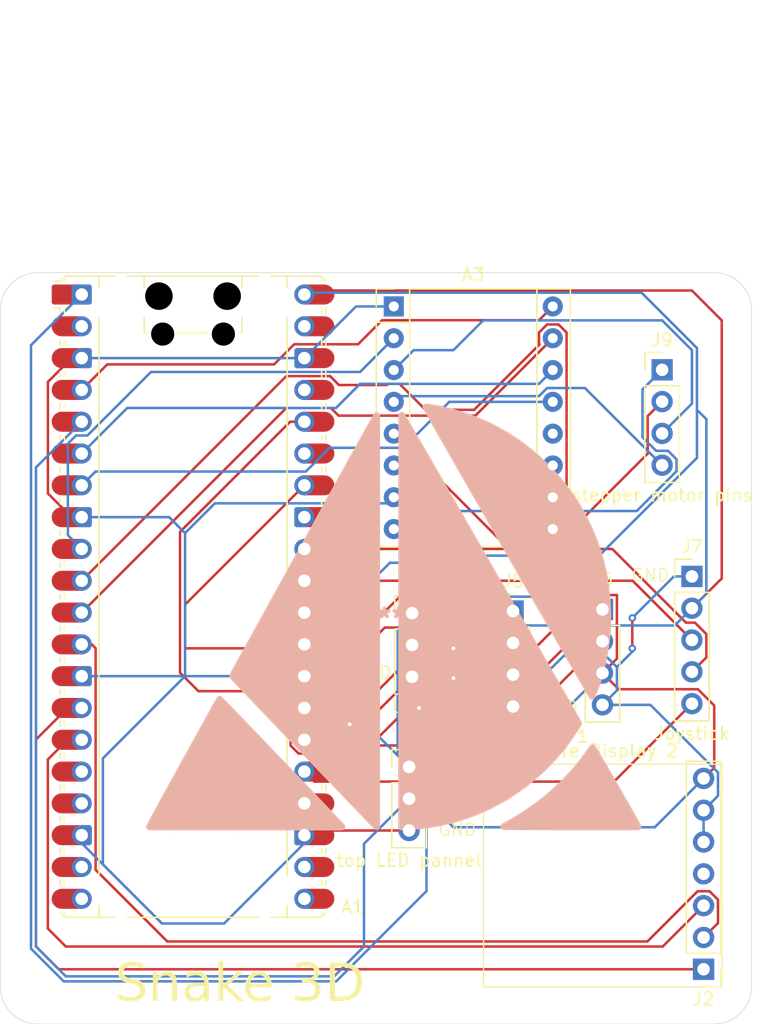
<source format=kicad_pcb>
(kicad_pcb (version 20241229) (generator "pcbnew") (generator_version "9.0")
  (layers (0 "F.Cu" signal) (2 "B.Cu" signal) (13 "F.Paste" user) (15 "B.Paste" user) (5 "F.SilkS" user "F.Silkscreen") (7 "B.SilkS" user "B.Silkscreen") (1 "F.Mask" user) (3 "B.Mask" user) (25 "Edge.Cuts" user))
  (net 0 "")
  (net 5 "Net-(A1-GPIO22)")
  (net 6 "Net-(A1-GPIO6)")
  (net 7 "+5V")
  (net 12 "GND")
  (net 13 "Net-(A1-GPIO10)")
  (net 14 "Net-(A1-GPIO9)")
  (net 15 "Net-(A1-GPIO28_ADC2)")
  (net 16 "Net-(A1-GPIO19)")
  (net 18 "Net-(A1-GPIO3)")
  (net 22 "Net-(A1-GPIO5)")
  (net 23 "Net-(A1-GPIO26_ADC0)")
  (net 24 "Net-(A1-GPIO20)")
  (net 25 "Net-(A1-GPIO8)")
  (net 28 "Net-(A1-GPIO21)")
  (net 29 "Net-(A1-GPIO0)")
  (net 30 "Net-(A1-GPIO2)")
  (net 34 "Net-(A1-GPIO27_ADC1)")
  (net 35 "Net-(A1-GPIO7)")
  (net 39 "Net-(A1-GPIO11)")
  (net 42 "Net-(A1-GPIO4)")
  (net 48 "Net-(A3-A1)")
  (net 52 "Net-(A3-A2)")
  (net 53 "Net-(A3-B1)")
  (net 54 "Net-(A3-B2)")
  (net 56 "+3.3V")
  (footprint "Connector_PinHeader_2.54mm:PinHeader_1x03_P2.54mm_Vertical" (layer "F.Cu") (at 170.290857 133.292758)
    (property "Reference" "J3" (at 0 -2.38 0) (layer "F.SilkS"))
    (property "Value" "top LED pannel" (at 0 7.46 0) (layer "F.SilkS"))
    (pad "1" thru_hole rect (at 0 0) (size 1.7 1.7) (drill 1) (layers "*.Cu" "*.Mask") (net 7 "+5V"))
    (pad "2" thru_hole circle (at 0 2.54) (size 1.7 1.7) (drill 1) (layers "*.Cu" "*.Mask") (net 18 "Net-(A1-GPIO3)"))
    (pad "3" thru_hole circle (at 0 5.08) (size 1.7 1.7) (drill 1) (layers "*.Cu" "*.Mask") (net 12 "GND"))
  )
  (footprint "Connector_PinHeader_2.54mm:PinHeader_1x04_P2.54mm_Vertical" (layer "F.Cu") (at 178.59375 120.850531)
    (property "Reference" "J5" (at 0 -2.38 0) (layer "F.SilkS"))
    (property "Value" "Score Display 1" (at 0 10 0) (layer "F.SilkS"))
    (pad "1" thru_hole rect (at 0 0) (size 1.7 1.7) (drill 1) (layers "*.Cu" "*.Mask") (net 5 "Net-(A1-GPIO22)"))
    (pad "2" thru_hole circle (at 0 2.54) (size 1.7 1.7) (drill 1) (layers "*.Cu" "*.Mask") (net 15 "Net-(A1-GPIO28_ADC2)"))
    (pad "3" thru_hole circle (at 0 5.08) (size 1.7 1.7) (drill 1) (layers "*.Cu" "*.Mask") (net 56 "+3.3V"))
    (pad "4" thru_hole circle (at 0 7.62) (size 1.7 1.7) (drill 1) (layers "*.Cu" "*.Mask") (net 12 "GND"))
  )
  (footprint "Connector_PinHeader_2.54mm:PinHeader_1x04_P2.54mm_Vertical" (layer "F.Cu") (at 185.7375 120.718705)
    (property "Reference" "J6" (at 0 -2.38 0) (layer "F.SilkS"))
    (property "Value" "Score Display 2" (at 0 11.292146 0) (layer "F.SilkS"))
    (pad "1" thru_hole rect (at 0 0) (size 1.7 1.7) (drill 1) (layers "*.Cu" "*.Mask") (net 24 "Net-(A1-GPIO20)"))
    (pad "2" thru_hole circle (at 0 2.54) (size 1.7 1.7) (drill 1) (layers "*.Cu" "*.Mask") (net 28 "Net-(A1-GPIO21)"))
    (pad "3" thru_hole circle (at 0 5.08) (size 1.7 1.7) (drill 1) (layers "*.Cu" "*.Mask") (net 56 "+3.3V"))
    (pad "4" thru_hole circle (at 0 7.62) (size 1.7 1.7) (drill 1) (layers "*.Cu" "*.Mask") (net 12 "GND"))
  )
  (footprint "Module:Pololu_Breakout-16_15.2x20.3mm" (layer "F.Cu") (at 169.06875 96.52)
    (property "Reference" "A3" (at 6.35 -2.54 0) (layer "F.SilkS"))
    (property "Value" "Pololu_Breakout_DRV8825")
    (pad "1" thru_hole rect (at 0 0) (size 1.6 1.6) (drill 0.8) (layers "*.Cu" "*.Mask") (net 12 "GND"))
    (pad "2" thru_hole oval (at 0 2.54) (size 1.6 1.6) (drill 0.8) (layers "*.Cu" "*.Mask") (net 6 "Net-(A1-GPIO6)"))
    (pad "3" thru_hole oval (at 0 5.08) (size 1.6 1.6) (drill 0.8) (layers "*.Cu" "*.Mask") (net 52 "Net-(A3-A2)"))
    (pad "4" thru_hole oval (at 0 7.62) (size 1.6 1.6) (drill 0.8) (layers "*.Cu" "*.Mask") (net 48 "Net-(A3-A1)"))
    (pad "5" thru_hole oval (at 0 10.16) (size 1.6 1.6) (drill 0.8) (layers "*.Cu" "*.Mask") (net 53 "Net-(A3-B1)"))
    (pad "6" thru_hole oval (at 0 12.7) (size 1.6 1.6) (drill 0.8) (layers "*.Cu" "*.Mask") (net 54 "Net-(A3-B2)"))
    (pad "7" thru_hole oval (at 0 15.24) (size 1.6 1.6) (drill 0.8) (layers "*.Cu" "*.Mask") (net 12 "GND"))
    (pad "8" thru_hole oval (at 0 17.78) (size 1.6 1.6) (drill 0.8) (layers "*.Cu" "*.Mask"))
    (pad "9" thru_hole oval (at 12.7 17.78) (size 1.6 1.6) (drill 0.8) (layers "*.Cu" "*.Mask") (net 35 "Net-(A1-GPIO7)"))
    (pad "10" thru_hole oval (at 12.7 15.24) (size 1.6 1.6) (drill 0.8) (layers "*.Cu" "*.Mask"))
    (pad "11" thru_hole oval (at 12.7 12.7) (size 1.6 1.6) (drill 0.8) (layers "*.Cu" "*.Mask"))
    (pad "12" thru_hole oval (at 12.7 10.16) (size 1.6 1.6) (drill 0.8) (layers "*.Cu" "*.Mask"))
    (pad "13" thru_hole oval (at 12.7 7.62) (size 1.6 1.6) (drill 0.8) (layers "*.Cu" "*.Mask") (net 22 "Net-(A1-GPIO5)"))
    (pad "14" thru_hole oval (at 12.7 5.08) (size 1.6 1.6) (drill 0.8) (layers "*.Cu" "*.Mask") (net 42 "Net-(A1-GPIO4)"))
    (pad "15" thru_hole oval (at 12.7 2.54) (size 1.6 1.6) (drill 0.8) (layers "*.Cu" "*.Mask") (net 25 "Net-(A1-GPIO8)"))
    (pad "16" thru_hole oval (at 12.7 0) (size 1.6 1.6) (drill 0.8) (layers "*.Cu" "*.Mask") (net 30 "Net-(A1-GPIO2)"))
  )
  (footprint "Connector_PinHeader_2.54mm:PinHeader_1x04_P2.54mm_Vertical" (layer "F.Cu") (at 190.5 101.580988)
    (property "Reference" "J9" (at 0 -2.38 0) (layer "F.SilkS"))
    (property "Value" "stepper motor pins" (at 0 10 0) (layer "F.SilkS"))
    (pad "1" thru_hole rect (at 0 0) (size 1.7 1.7) (drill 1) (layers "*.Cu" "*.Mask") (net 54 "Net-(A3-B2)"))
    (pad "2" thru_hole circle (at 0 2.54) (size 1.7 1.7) (drill 1) (layers "*.Cu" "*.Mask") (net 53 "Net-(A3-B1)"))
    (pad "3" thru_hole circle (at 0 5.08) (size 1.7 1.7) (drill 1) (layers "*.Cu" "*.Mask") (net 52 "Net-(A3-A2)"))
    (pad "4" thru_hole circle (at 0 7.62) (size 1.7 1.7) (drill 1) (layers "*.Cu" "*.Mask") (net 48 "Net-(A3-A1)"))
  )
  (footprint "Module:RaspberryPi_Pico_Common_Unspecified" (layer "F.Cu") (at 153.035 119.6975)
    (property "Reference" "A1" (at 11.7475 24.765 0) (layer "F.SilkS") (effects (justify left)))
    (property "Value" "RaspberryPi_Pico")
    (pad "" np_thru_hole circle (at -2.725 -24) (size 2.2 2.2) (drill 2.2) (layers "*.Mask"))
    (pad "" np_thru_hole circle (at -2.425 -20.97) (size 1.85 1.85) (drill 1.85) (layers "*.Mask"))
    (pad "" np_thru_hole circle (at 2.425 -20.97) (size 1.85 1.85) (drill 1.85) (layers "*.Mask"))
    (pad "" np_thru_hole circle (at 2.725 -24) (size 2.2 2.2) (drill 2.2) (layers "*.Mask"))
    (pad "1" smd custom (at -9.69 -24.13) (size 1.6 0.8) (layers "F.Cu" "F.Mask") (net 29 "Net-(A1-GPIO0)") (options (clearance outline) (anchor rect)) (primitives (gr_circle (center 0.8 0) (end 1.6 0) (width 0) (fill yes)) (gr_poly (pts (xy -1.6 -0.6) (xy -1.6 0.6) (xy -1.4 0.8) (xy 0.8 0.8) (xy 0.8 -0.8) (xy -1.4 -0.8)) (width 0) (fill yes)) (gr_circle (center -1.4 -0.6) (end -1.2 -0.6) (width 0) (fill yes)) (gr_circle (center -1.4 0.6) (end -1.2 0.6) (width 0) (fill yes))))
    (pad "1" thru_hole roundrect (at -8.89 -24.13) (size 1.6 1.6) (drill 1) (layers "*.Cu" "*.Mask") (roundrect_rratio 0.125) (net 29 "Net-(A1-GPIO0)"))
    (pad "2" smd roundrect (at -9.69 -21.59) (size 3.2 1.6) (layers "F.Cu" "F.Mask") (roundrect_rratio 0.5))
    (pad "2" thru_hole circle (at -8.89 -21.59) (size 1.6 1.6) (drill 1) (layers "*.Cu" "*.Mask"))
    (pad "3" smd custom (at -9.69 -19.05) (size 1.6 0.8) (layers "F.Cu" "F.Mask") (net 12 "GND") (options (clearance outline) (anchor rect)) (primitives (gr_circle (center -0.8 0) (end 0 0) (width 0) (fill yes)) (gr_poly (pts (xy 1.6 -0.6) (xy 1.6 0.6) (xy 1.4 0.8) (xy -0.8 0.8) (xy -0.8 -0.8) (xy 1.4 -0.8)) (width 0) (fill yes)) (gr_circle (center 1.4 -0.6) (end 1.6 -0.6) (width 0) (fill yes)) (gr_circle (center 1.4 0.6) (end 1.6 0.6) (width 0) (fill yes))))
    (pad "3" thru_hole custom (at -8.89 -19.05) (size 1.6 1.6) (drill 1) (layers "*.Cu" "*.Mask") (net 12 "GND") (options (clearance outline) (anchor circle)) (primitives (gr_poly (pts (xy 0.8 0.6) (xy 0.8 -0.6) (xy 0.6 -0.8) (xy 0 -0.8) (xy 0 0.8) (xy 0.6 0.8)) (width 0) (fill yes)) (gr_circle (center 0.6 0.6) (end 0.8 0.6) (width 0) (fill yes)) (gr_circle (center 0.6 -0.6) (end 0.8 -0.6) (width 0) (fill yes))))
    (pad "4" smd roundrect (at -9.69 -16.51) (size 3.2 1.6) (layers "F.Cu" "F.Mask") (roundrect_rratio 0.5) (net 30 "Net-(A1-GPIO2)"))
    (pad "4" thru_hole circle (at -8.89 -16.51) (size 1.6 1.6) (drill 1) (layers "*.Cu" "*.Mask") (net 30 "Net-(A1-GPIO2)"))
    (pad "5" smd roundrect (at -9.69 -13.97) (size 3.2 1.6) (layers "F.Cu" "F.Mask") (roundrect_rratio 0.5) (net 18 "Net-(A1-GPIO3)"))
    (pad "5" thru_hole circle (at -8.89 -13.97) (size 1.6 1.6) (drill 1) (layers "*.Cu" "*.Mask") (net 18 "Net-(A1-GPIO3)"))
    (pad "6" smd roundrect (at -9.69 -11.43) (size 3.2 1.6) (layers "F.Cu" "F.Mask") (roundrect_rratio 0.5) (net 42 "Net-(A1-GPIO4)"))
    (pad "6" thru_hole circle (at -8.89 -11.43) (size 1.6 1.6) (drill 1) (layers "*.Cu" "*.Mask") (net 42 "Net-(A1-GPIO4)"))
    (pad "7" smd roundrect (at -9.69 -8.89) (size 3.2 1.6) (layers "F.Cu" "F.Mask") (roundrect_rratio 0.5) (net 22 "Net-(A1-GPIO5)"))
    (pad "7" thru_hole circle (at -8.89 -8.89) (size 1.6 1.6) (drill 1) (layers "*.Cu" "*.Mask") (net 22 "Net-(A1-GPIO5)"))
    (pad "8" smd custom (at -9.69 -6.35) (size 1.6 0.8) (layers "F.Cu" "F.Mask") (net 12 "GND") (options (clearance outline) (anchor rect)) (primitives (gr_circle (center -0.8 0) (end 0 0) (width 0) (fill yes)) (gr_poly (pts (xy 1.6 -0.6) (xy 1.6 0.6) (xy 1.4 0.8) (xy -0.8 0.8) (xy -0.8 -0.8) (xy 1.4 -0.8)) (width 0) (fill yes)) (gr_circle (center 1.4 -0.6) (end 1.6 -0.6) (width 0) (fill yes)) (gr_circle (center 1.4 0.6) (end 1.6 0.6) (width 0) (fill yes))))
    (pad "8" thru_hole custom (at -8.89 -6.35) (size 1.6 1.6) (drill 1) (layers "*.Cu" "*.Mask") (net 12 "GND") (options (clearance outline) (anchor circle)) (primitives (gr_poly (pts (xy 0.8 0.6) (xy 0.8 -0.6) (xy 0.6 -0.8) (xy 0 -0.8) (xy 0 0.8) (xy 0.6 0.8)) (width 0) (fill yes)) (gr_circle (center 0.6 0.6) (end 0.8 0.6) (width 0) (fill yes)) (gr_circle (center 0.6 -0.6) (end 0.8 -0.6) (width 0) (fill yes))))
    (pad "9" smd roundrect (at -9.69 -3.81) (size 3.2 1.6) (layers "F.Cu" "F.Mask") (roundrect_rratio 0.5) (net 6 "Net-(A1-GPIO6)"))
    (pad "9" thru_hole circle (at -8.89 -3.81) (size 1.6 1.6) (drill 1) (layers "*.Cu" "*.Mask") (net 6 "Net-(A1-GPIO6)"))
    (pad "10" smd roundrect (at -9.69 -1.27) (size 3.2 1.6) (layers "F.Cu" "F.Mask") (roundrect_rratio 0.5) (net 35 "Net-(A1-GPIO7)"))
    (pad "10" thru_hole circle (at -8.89 -1.27) (size 1.6 1.6) (drill 1) (layers "*.Cu" "*.Mask") (net 35 "Net-(A1-GPIO7)"))
    (pad "11" smd roundrect (at -9.69 1.27) (size 3.2 1.6) (layers "F.Cu" "F.Mask") (roundrect_rratio 0.5) (net 25 "Net-(A1-GPIO8)"))
    (pad "11" thru_hole circle (at -8.89 1.27) (size 1.6 1.6) (drill 1) (layers "*.Cu" "*.Mask") (net 25 "Net-(A1-GPIO8)"))
    (pad "12" smd roundrect (at -9.69 3.81) (size 3.2 1.6) (layers "F.Cu" "F.Mask") (roundrect_rratio 0.5) (net 14 "Net-(A1-GPIO9)"))
    (pad "12" thru_hole circle (at -8.89 3.81) (size 1.6 1.6) (drill 1) (layers "*.Cu" "*.Mask") (net 14 "Net-(A1-GPIO9)"))
    (pad "13" smd custom (at -9.69 6.35) (size 1.6 0.8) (layers "F.Cu" "F.Mask") (net 12 "GND") (options (clearance outline) (anchor rect)) (primitives (gr_circle (center -0.8 0) (end 0 0) (width 0) (fill yes)) (gr_poly (pts (xy 1.6 -0.6) (xy 1.6 0.6) (xy 1.4 0.8) (xy -0.8 0.8) (xy -0.8 -0.8) (xy 1.4 -0.8)) (width 0) (fill yes)) (gr_circle (center 1.4 -0.6) (end 1.6 -0.6) (width 0) (fill yes)) (gr_circle (center 1.4 0.6) (end 1.6 0.6) (width 0) (fill yes))))
    (pad "13" thru_hole custom (at -8.89 6.35) (size 1.6 1.6) (drill 1) (layers "*.Cu" "*.Mask") (net 12 "GND") (options (clearance outline) (anchor circle)) (primitives (gr_poly (pts (xy 0.8 0.6) (xy 0.8 -0.6) (xy 0.6 -0.8) (xy 0 -0.8) (xy 0 0.8) (xy 0.6 0.8)) (width 0) (fill yes)) (gr_circle (center 0.6 0.6) (end 0.8 0.6) (width 0) (fill yes)) (gr_circle (center 0.6 -0.6) (end 0.8 -0.6) (width 0) (fill yes))))
    (pad "14" smd roundrect (at -9.69 8.89) (size 3.2 1.6) (layers "F.Cu" "F.Mask") (roundrect_rratio 0.5) (net 13 "Net-(A1-GPIO10)"))
    (pad "14" thru_hole circle (at -8.89 8.89) (size 1.6 1.6) (drill 1) (layers "*.Cu" "*.Mask") (net 13 "Net-(A1-GPIO10)"))
    (pad "15" smd roundrect (at -9.69 11.43) (size 3.2 1.6) (layers "F.Cu" "F.Mask") (roundrect_rratio 0.5) (net 39 "Net-(A1-GPIO11)"))
    (pad "15" thru_hole circle (at -8.89 11.43) (size 1.6 1.6) (drill 1) (layers "*.Cu" "*.Mask") (net 39 "Net-(A1-GPIO11)"))
    (pad "16" smd roundrect (at -9.69 13.97) (size 3.2 1.6) (layers "F.Cu" "F.Mask") (roundrect_rratio 0.5))
    (pad "16" thru_hole circle (at -8.89 13.97) (size 1.6 1.6) (drill 1) (layers "*.Cu" "*.Mask"))
    (pad "17" smd roundrect (at -9.69 16.51) (size 3.2 1.6) (layers "F.Cu" "F.Mask") (roundrect_rratio 0.5))
    (pad "17" thru_hole circle (at -8.89 16.51) (size 1.6 1.6) (drill 1) (layers "*.Cu" "*.Mask"))
    (pad "18" smd custom (at -9.69 19.05) (size 1.6 0.8) (layers "F.Cu" "F.Mask") (net 12 "GND") (options (clearance outline) (anchor rect)) (primitives (gr_circle (center -0.8 0) (end 0 0) (width 0) (fill yes)) (gr_poly (pts (xy 1.6 -0.6) (xy 1.6 0.6) (xy 1.4 0.8) (xy -0.8 0.8) (xy -0.8 -0.8) (xy 1.4 -0.8)) (width 0) (fill yes)) (gr_circle (center 1.4 -0.6) (end 1.6 -0.6) (width 0) (fill yes)) (gr_circle (center 1.4 0.6) (end 1.6 0.6) (width 0) (fill yes))))
    (pad "18" thru_hole custom (at -8.89 19.05) (size 1.6 1.6) (drill 1) (layers "*.Cu" "*.Mask") (net 12 "GND") (options (clearance outline) (anchor circle)) (primitives (gr_poly (pts (xy 0.8 0.6) (xy 0.8 -0.6) (xy 0.6 -0.8) (xy 0 -0.8) (xy 0 0.8) (xy 0.6 0.8)) (width 0) (fill yes)) (gr_circle (center 0.6 0.6) (end 0.8 0.6) (width 0) (fill yes)) (gr_circle (center 0.6 -0.6) (end 0.8 -0.6) (width 0) (fill yes))))
    (pad "19" smd roundrect (at -9.69 21.59) (size 3.2 1.6) (layers "F.Cu" "F.Mask") (roundrect_rratio 0.5))
    (pad "19" thru_hole circle (at -8.89 21.59) (size 1.6 1.6) (drill 1) (layers "*.Cu" "*.Mask"))
    (pad "20" smd roundrect (at -9.69 24.13) (size 3.2 1.6) (layers "F.Cu" "F.Mask") (roundrect_rratio 0.5))
    (pad "20" thru_hole circle (at -8.89 24.13) (size 1.6 1.6) (drill 1) (layers "*.Cu" "*.Mask"))
    (pad "21" thru_hole circle (at 8.89 24.13) (size 1.6 1.6) (drill 1) (layers "*.Cu" "*.Mask"))
    (pad "21" smd roundrect (at 9.69 24.13) (size 3.2 1.6) (layers "F.Cu" "F.Mask") (roundrect_rratio 0.5))
    (pad "22" thru_hole circle (at 8.89 21.59) (size 1.6 1.6) (drill 1) (layers "*.Cu" "*.Mask"))
    (pad "22" smd roundrect (at 9.69 21.59) (size 3.2 1.6) (layers "F.Cu" "F.Mask") (roundrect_rratio 0.5))
    (pad "23" thru_hole custom (at 8.89 19.05) (size 1.6 1.6) (drill 1) (layers "*.Cu" "*.Mask") (net 12 "GND") (options (clearance outline) (anchor circle)) (primitives (gr_poly (pts (xy -0.8 0.6) (xy -0.8 -0.6) (xy -0.6 -0.8) (xy 0 -0.8) (xy 0 0.8) (xy -0.6 0.8)) (width 0) (fill yes)) (gr_circle (center -0.6 0.6) (end -0.4 0.6) (width 0) (fill yes)) (gr_circle (center -0.6 -0.6) (end -0.4 -0.6) (width 0) (fill yes))))
    (pad "23" smd custom (at 9.69 19.05) (size 1.6 0.8) (layers "F.Cu" "F.Mask") (net 12 "GND") (options (clearance outline) (anchor rect)) (primitives (gr_circle (center 0.8 0) (end 1.6 0) (width 0) (fill yes)) (gr_poly (pts (xy -1.6 -0.6) (xy -1.6 0.6) (xy -1.4 0.8) (xy 0.8 0.8) (xy 0.8 -0.8) (xy -1.4 -0.8)) (width 0) (fill yes)) (gr_circle (center -1.4 -0.6) (end -1.2 -0.6) (width 0) (fill yes)) (gr_circle (center -1.4 0.6) (end -1.2 0.6) (width 0) (fill yes))))
    (pad "24" thru_hole circle (at 8.89 16.51) (size 1.6 1.6) (drill 1) (layers "*.Cu" "*.Mask"))
    (pad "24" smd roundrect (at 9.69 16.51) (size 3.2 1.6) (layers "F.Cu" "F.Mask") (roundrect_rratio 0.5))
    (pad "25" thru_hole circle (at 8.89 13.97) (size 1.6 1.6) (drill 1) (layers "*.Cu" "*.Mask") (net 16 "Net-(A1-GPIO19)"))
    (pad "25" smd roundrect (at 9.69 13.97) (size 3.2 1.6) (layers "F.Cu" "F.Mask") (roundrect_rratio 0.5) (net 16 "Net-(A1-GPIO19)"))
    (pad "26" thru_hole circle (at 8.89 11.43) (size 1.6 1.6) (drill 1) (layers "*.Cu" "*.Mask") (net 24 "Net-(A1-GPIO20)"))
    (pad "26" smd roundrect (at 9.69 11.43) (size 3.2 1.6) (layers "F.Cu" "F.Mask") (roundrect_rratio 0.5) (net 24 "Net-(A1-GPIO20)"))
    (pad "27" thru_hole circle (at 8.89 8.89) (size 1.6 1.6) (drill 1) (layers "*.Cu" "*.Mask") (net 28 "Net-(A1-GPIO21)"))
    (pad "27" smd roundrect (at 9.69 8.89) (size 3.2 1.6) (layers "F.Cu" "F.Mask") (roundrect_rratio 0.5) (net 28 "Net-(A1-GPIO21)"))
    (pad "28" thru_hole custom (at 8.89 6.35) (size 1.6 1.6) (drill 1) (layers "*.Cu" "*.Mask") (net 12 "GND") (options (clearance outline) (anchor circle)) (primitives (gr_poly (pts (xy -0.8 0.6) (xy -0.8 -0.6) (xy -0.6 -0.8) (xy 0 -0.8) (xy 0 0.8) (xy -0.6 0.8)) (width 0) (fill yes)) (gr_circle (center -0.6 0.6) (end -0.4 0.6) (width 0) (fill yes)) (gr_circle (center -0.6 -0.6) (end -0.4 -0.6) (width 0) (fill yes))))
    (pad "28" smd custom (at 9.69 6.35) (size 1.6 0.8) (layers "F.Cu" "F.Mask") (net 12 "GND") (options (clearance outline) (anchor rect)) (primitives (gr_circle (center 0.8 0) (end 1.6 0) (width 0) (fill yes)) (gr_poly (pts (xy -1.6 -0.6) (xy -1.6 0.6) (xy -1.4 0.8) (xy 0.8 0.8) (xy 0.8 -0.8) (xy -1.4 -0.8)) (width 0) (fill yes)) (gr_circle (center -1.4 -0.6) (end -1.2 -0.6) (width 0) (fill yes)) (gr_circle (center -1.4 0.6) (end -1.2 0.6) (width 0) (fill yes))))
    (pad "29" thru_hole circle (at 8.89 3.81) (size 1.6 1.6) (drill 1) (layers "*.Cu" "*.Mask") (net 5 "Net-(A1-GPIO22)"))
    (pad "29" smd roundrect (at 9.69 3.81) (size 3.2 1.6) (layers "F.Cu" "F.Mask") (roundrect_rratio 0.5) (net 5 "Net-(A1-GPIO22)"))
    (pad "30" thru_hole circle (at 8.89 1.27) (size 1.6 1.6) (drill 1) (layers "*.Cu" "*.Mask"))
    (pad "30" smd roundrect (at 9.69 1.27) (size 3.2 1.6) (layers "F.Cu" "F.Mask") (roundrect_rratio 0.5))
    (pad "31" thru_hole circle (at 8.89 -1.27) (size 1.6 1.6) (drill 1) (layers "*.Cu" "*.Mask") (net 23 "Net-(A1-GPIO26_ADC0)"))
    (pad "31" smd roundrect (at 9.69 -1.27) (size 3.2 1.6) (layers "F.Cu" "F.Mask") (roundrect_rratio 0.5) (net 23 "Net-(A1-GPIO26_ADC0)"))
    (pad "32" thru_hole circle (at 8.89 -3.81) (size 1.6 1.6) (drill 1) (layers "*.Cu" "*.Mask") (net 34 "Net-(A1-GPIO27_ADC1)"))
    (pad "32" smd roundrect (at 9.69 -3.81) (size 3.2 1.6) (layers "F.Cu" "F.Mask") (roundrect_rratio 0.5) (net 34 "Net-(A1-GPIO27_ADC1)"))
    (pad "33" thru_hole custom (at 8.89 -6.35) (size 1.6 1.6) (drill 1) (layers "*.Cu" "*.Mask") (options (clearance outline) (anchor circle)) (primitives (gr_poly (pts (xy -0.8 0.6) (xy -0.8 -0.6) (xy -0.6 -0.8) (xy 0 -0.8) (xy 0 0.8) (xy -0.6 0.8)) (width 0) (fill yes)) (gr_circle (center -0.6 0.6) (end -0.4 0.6) (width 0) (fill yes)) (gr_circle (center -0.6 -0.6) (end -0.4 -0.6) (width 0) (fill yes))))
    (pad "33" smd custom (at 9.69 -6.35) (size 1.6 0.8) (layers "F.Cu" "F.Mask") (options (clearance outline) (anchor rect)) (primitives (gr_circle (center 0.8 0) (end 1.6 0) (width 0) (fill yes)) (gr_poly (pts (xy -1.6 -0.6) (xy -1.6 0.6) (xy -1.4 0.8) (xy 0.8 0.8) (xy 0.8 -0.8) (xy -1.4 -0.8)) (width 0) (fill yes)) (gr_circle (center -1.4 -0.6) (end -1.2 -0.6) (width 0) (fill yes)) (gr_circle (center -1.4 0.6) (end -1.2 0.6) (width 0) (fill yes))))
    (pad "34" thru_hole circle (at 8.89 -8.89) (size 1.6 1.6) (drill 1) (layers "*.Cu" "*.Mask") (net 15 "Net-(A1-GPIO28_ADC2)"))
    (pad "34" smd roundrect (at 9.69 -8.89) (size 3.2 1.6) (layers "F.Cu" "F.Mask") (roundrect_rratio 0.5) (net 15 "Net-(A1-GPIO28_ADC2)"))
    (pad "35" thru_hole circle (at 8.89 -11.43) (size 1.6 1.6) (drill 1) (layers "*.Cu" "*.Mask"))
    (pad "35" smd roundrect (at 9.69 -11.43) (size 3.2 1.6) (layers "F.Cu" "F.Mask") (roundrect_rratio 0.5))
    (pad "36" thru_hole circle (at 8.89 -13.97) (size 1.6 1.6) (drill 1) (layers "*.Cu" "*.Mask") (net 56 "+3.3V"))
    (pad "36" smd roundrect (at 9.69 -13.97) (size 3.2 1.6) (layers "F.Cu" "F.Mask") (roundrect_rratio 0.5) (net 56 "+3.3V"))
    (pad "37" thru_hole circle (at 8.89 -16.51) (size 1.6 1.6) (drill 1) (layers "*.Cu" "*.Mask"))
    (pad "37" smd roundrect (at 9.69 -16.51) (size 3.2 1.6) (layers "F.Cu" "F.Mask") (roundrect_rratio 0.5))
    (pad "38" thru_hole custom (at 8.89 -19.05) (size 1.6 1.6) (drill 1) (layers "*.Cu" "*.Mask") (net 12 "GND") (options (clearance outline) (anchor circle)) (primitives (gr_poly (pts (xy -0.8 0.6) (xy -0.8 -0.6) (xy -0.6 -0.8) (xy 0 -0.8) (xy 0 0.8) (xy -0.6 0.8)) (width 0) (fill yes)) (gr_circle (center -0.6 0.6) (end -0.4 0.6) (width 0) (fill yes)) (gr_circle (center -0.6 -0.6) (end -0.4 -0.6) (width 0) (fill yes))))
    (pad "38" smd custom (at 9.69 -19.05) (size 1.6 0.8) (layers "F.Cu" "F.Mask") (net 12 "GND") (options (clearance outline) (anchor rect)) (primitives (gr_circle (center 0.8 0) (end 1.6 0) (width 0) (fill yes)) (gr_poly (pts (xy -1.6 -0.6) (xy -1.6 0.6) (xy -1.4 0.8) (xy 0.8 0.8) (xy 0.8 -0.8) (xy -1.4 -0.8)) (width 0) (fill yes)) (gr_circle (center -1.4 -0.6) (end -1.2 -0.6) (width 0) (fill yes)) (gr_circle (center -1.4 0.6) (end -1.2 0.6) (width 0) (fill yes))))
    (pad "39" thru_hole circle (at 8.89 -21.59) (size 1.6 1.6) (drill 1) (layers "*.Cu" "*.Mask"))
    (pad "39" smd roundrect (at 9.69 -21.59) (size 3.2 1.6) (layers "F.Cu" "F.Mask") (roundrect_rratio 0.5))
    (pad "40" thru_hole circle (at 8.89 -24.13) (size 1.6 1.6) (drill 1) (layers "*.Cu" "*.Mask") (net 7 "+5V"))
    (pad "40" smd roundrect (at 9.69 -24.13) (size 3.2 1.6) (layers "F.Cu" "F.Mask") (roundrect_rratio 0.5) (net 7 "+5V"))
  )
  (footprint "Connector_PinHeader_2.54mm:PinHeader_1x03_P2.54mm_Vertical" (layer "F.Cu") (at 170.530774 121.015853)
    (property "Reference" "J4" (at 0 -2.38 0) (layer "F.SilkS"))
    (property "Value" "lateral led pannels" (at 0 7.46 0) (layer "F.SilkS"))
    (pad "1" thru_hole rect (at 0 0) (size 1.7 1.7) (drill 1) (layers "*.Cu" "*.Mask") (net 7 "+5V"))
    (pad "2" thru_hole circle (at 0 2.54) (size 1.7 1.7) (drill 1) (layers "*.Cu" "*.Mask") (net 29 "Net-(A1-GPIO0)"))
    (pad "3" thru_hole circle (at 0 5.08) (size 1.7 1.7) (drill 1) (layers "*.Cu" "*.Mask") (net 12 "GND"))
  )
  (footprint "Connector_PinHeader_2.54mm:PinHeader_1x07_P2.54mm_Vertical" (layer "F.Cu") (at 193.812298 149.454546 180)
    (property "Reference" "J2" (at 0 -2.38 0) (layer "F.SilkS"))
    (property "Value" "Conn_01x07")
    (pad "1" thru_hole rect (at 0 0 180) (size 1.7 1.7) (drill 1) (layers "*.Cu" "*.Mask") (net 13 "Net-(A1-GPIO10)"))
    (pad "2" thru_hole circle (at 0 2.54 180) (size 1.7 1.7) (drill 1) (layers "*.Cu" "*.Mask") (net 14 "Net-(A1-GPIO9)"))
    (pad "3" thru_hole circle (at 0 5.08 180) (size 1.7 1.7) (drill 1) (layers "*.Cu" "*.Mask") (net 39 "Net-(A1-GPIO11)"))
    (pad "4" thru_hole circle (at 0 7.62 180) (size 1.7 1.7) (drill 1) (layers "*.Cu" "*.Mask"))
    (pad "5" thru_hole circle (at 0 10.16 180) (size 1.7 1.7) (drill 1) (layers "*.Cu" "*.Mask") (net 12 "GND"))
    (pad "6" thru_hole circle (at 0 12.7 180) (size 1.7 1.7) (drill 1) (layers "*.Cu" "*.Mask") (net 12 "GND"))
    (pad "7" thru_hole circle (at 0 15.24 180) (size 1.7 1.7) (drill 1) (layers "*.Cu" "*.Mask") (net 56 "+3.3V"))
  )
  (footprint "Connector_PinHeader_2.54mm:PinHeader_1x05_P2.54mm_Vertical" (layer "F.Cu") (at 192.88125 118.08218)
    (property "Reference" "J7" (at 0 -2.38 0) (layer "F.SilkS"))
    (property "Value" "Joystick" (at 0 12.54 0) (layer "F.SilkS"))
    (pad "1" thru_hole rect (at 0 0) (size 1.7 1.7) (drill 1) (layers "*.Cu" "*.Mask") (net 12 "GND"))
    (pad "2" thru_hole circle (at 0 2.54) (size 1.7 1.7) (drill 1) (layers "*.Cu" "*.Mask") (net 7 "+5V"))
    (pad "3" thru_hole circle (at 0 5.08) (size 1.7 1.7) (drill 1) (layers "*.Cu" "*.Mask") (net 23 "Net-(A1-GPIO26_ADC0)"))
    (pad "4" thru_hole circle (at 0 7.62) (size 1.7 1.7) (drill 1) (layers "*.Cu" "*.Mask") (net 34 "Net-(A1-GPIO27_ADC1)"))
    (pad "5" thru_hole circle (at 0 10.16) (size 1.7 1.7) (drill 1) (layers "*.Cu" "*.Mask") (net 16 "Net-(A1-GPIO19)"))
  )
  (footprint "LOGO" (layer "B.Cu") (at 169.06875 121.44375 180)
    (property "Reference" "G***" (at 0 0 0) (layer "B.SilkS") (effects (font (size 1.5 1.5) (thickness 0.3)) (justify mirror)))
    (property "Value" "LOGO" (hide yes))
  )
  (gr_rect (start 176.237172 133.078624) (end 195.287172 150.858624) (stroke (width 0.1)) (fill no) (layer "F.SilkS"))
  (gr_arc (start 137.64375 96.825) (mid 138.522427 94.703662) (end 140.64375 93.825) (stroke (width 0.05)) (layer "Edge.Cuts"))
  (gr_line (start 194.64375 153.825) (end 140.64375 153.825) (stroke (width 0.05)) (layer "Edge.Cuts"))
  (gr_line (start 140.64375 93.825) (end 194.64375 93.825) (stroke (width 0.05)) (layer "Edge.Cuts"))
  (gr_arc (start 194.64375 93.825) (mid 196.76507 94.70368) (end 197.64375 96.825) (stroke (width 0.05)) (layer "Edge.Cuts"))
  (gr_line (start 137.64375 150.825) (end 137.64375 96.825) (stroke (width 0.05)) (layer "Edge.Cuts"))
  (gr_line (start 197.64375 96.825) (end 197.64375 150.825) (stroke (width 0.05)) (layer "Edge.Cuts"))
  (gr_arc (start 140.64375 153.825) (mid 138.52243 152.94632) (end 137.64375 150.825) (stroke (width 0.05)) (layer "Edge.Cuts"))
  (gr_arc (start 197.64375 150.825) (mid 196.76507 152.94632) (end 194.64375 153.825) (stroke (width 0.05)) (layer "Edge.Cuts"))
  (gr_text "GND" (at 165.802708 126.34903 0) (layer "F.SilkS") (effects (font (size 1 1) (thickness 0.1)) (justify left bottom)))
  (gr_text "GND" (at 180.688112 129.12957 0) (layer "F.SilkS") (effects (font (size 1 1) (thickness 0.1)) (justify left bottom)))
  (gr_text "Snake 3D" (at 146.781375 152.482301 0) (layer "F.SilkS") (effects (font (size 3 3) (thickness 0.1)) (justify left bottom)))
  (gr_text "GND" (at 172.558438 138.89628 0) (layer "F.SilkS") (effects (font (size 1 1) (thickness 0.1)) (justify left bottom)))
  (gr_text "GND" (at 187.977707 118.563436 0) (layer "F.SilkS") (effects (font (size 1 1) (thickness 0.1)) (justify left bottom)))
  (segment (start 161.925 123.5075) (end 165.737127 123.5075) (width 0.2) (layer "F.Cu") (net 5))
  (segment (start 165.737127 123.5075) (end 170.182127 119.0625) (width 0.2) (layer "F.Cu") (net 5))
  (segment (start 176.805719 119.0625) (end 178.59375 120.850531) (width 0.2) (layer "F.Cu") (net 5))
  (segment (start 170.182127 119.0625) (end 176.805719 119.0625) (width 0.2) (layer "F.Cu") (net 5))
  (segment (start 149.67605 101.7535) (end 166.37525 101.7535) (width 0.2) (layer "B.Cu") (net 6))
  (segment (start 143.039 107.47845) (end 143.68895 106.8285) (width 0.2) (layer "B.Cu") (net 6))
  (segment (start 143.039 114.7815) (end 143.039 107.47845) (width 0.2) (layer "B.Cu") (net 6))
  (segment (start 144.145 115.8875) (end 143.039 114.7815) (width 0.2) (layer "B.Cu") (net 6))
  (segment (start 143.68895 106.8285) (end 144.60105 106.8285) (width 0.2) (layer "B.Cu") (net 6))
  (segment (start 144.60105 106.8285) (end 149.67605 101.7535) (width 0.2) (layer "B.Cu") (net 6))
  (segment (start 166.37525 101.7535) (end 169.06875 99.06) (width 0.2) (layer "B.Cu") (net 6))
  (segment (start 192.88125 95.25) (end 195.2625 97.63125) (width 0.2) (layer "F.Cu") (net 7))
  (segment (start 162.2425 95.25) (end 192.88125 95.25) (width 0.2) (layer "F.Cu") (net 7))
  (segment (start 161.925 95.5675) (end 162.2425 95.25) (width 0.2) (layer "F.Cu") (net 7))
  (segment (start 195.2625 118.24093) (end 192.88125 120.62218) (width 0.2) (layer "F.Cu") (net 7))
  (segment (start 195.2625 97.63125) (end 195.2625 118.24093) (width 0.2) (layer "F.Cu") (net 7))
  (segment (start 171.847096 119.699531) (end 170.530774 121.015853) (width 0.2) (layer "B.Cu") (net 7))
  (segment (start 182.196317 119.699531) (end 171.847096 119.699531) (width 0.2) (layer "B.Cu") (net 7))
  (segment (start 170.290857 133.292758) (end 166.6875 129.689401) (width 0.2) (layer "B.Cu") (net 7))
  (segment (start 174.142274 116.992274) (end 174.714749 116.419799) (width 0.2) (layer "B.Cu") (net 7))
  (segment (start 185.476049 116.419799) (end 182.196317 119.699531) (width 0.2) (layer "B.Cu") (net 7))
  (segment (start 191.501899 122.001531) (end 171.516452 122.001531) (width 0.2) (layer "B.Cu") (net 7))
  (segment (start 171.516452 122.001531) (end 170.530774 121.015853) (width 0.2) (layer "B.Cu") (net 7))
  (segment (start 170.290857 133.292758) (end 169.379774 132.381675) (width 0.2) (layer "B.Cu") (net 7))
  (segment (start 192.88125 120.62218) (end 191.501899 122.001531) (width 0.2) (layer "B.Cu") (net 7))
  (segment (start 169.379774 122.166853) (end 170.530774 121.015853) (width 0.2) (layer "B.Cu") (net 7))
  (segment (start 162.0735 95.419) (end 188.85485 95.419) (width 0.2) (layer "B.Cu") (net 7))
  (segment (start 174.714749 116.419799) (end 185.476049 116.419799) (width 0.2) (layer "B.Cu") (net 7))
  (segment (start 166.6875 129.689401) (end 166.6875 119.0625) (width 0.2) (layer "B.Cu") (net 7))
  (segment (start 193.28225 104.775) (end 193.28225 108.613598) (width 0.2) (layer "B.Cu") (net 7))
  (segment (start 194.03225 105.525) (end 193.28225 104.775) (width 0.2) (layer "B.Cu") (net 7))
  (segment (start 161.925 95.5675) (end 162.0735 95.419) (width 0.2) (layer "B.Cu") (net 7))
  (segment (start 188.85485 95.419) (end 193.28225 99.8464) (width 0.2) (layer "B.Cu") (net 7))
  (segment (start 193.28225 108.613598) (end 185.476049 116.419799) (width 0.2) (layer "B.Cu") (net 7))
  (segment (start 169.379774 132.381675) (end 169.379774 122.166853) (width 0.2) (layer "B.Cu") (net 7))
  (segment (start 192.88125 120.62218) (end 194.03225 119.47118) (width 0.2) (layer "B.Cu") (net 7))
  (segment (start 168.757726 116.992274) (end 174.142274 116.992274) (width 0.2) (layer "B.Cu") (net 7))
  (segment (start 193.28225 99.8464) (end 193.28225 104.775) (width 0.2) (layer "B.Cu") (net 7))
  (segment (start 194.03225 119.47118) (end 194.03225 105.525) (width 0.2) (layer "B.Cu") (net 7))
  (segment (start 166.6875 119.0625) (end 168.757726 116.992274) (width 0.2) (layer "B.Cu") (net 7))
  (segment (start 170.290857 138.372758) (end 162.299742 138.372758) (width 0.2) (layer "F.Cu") (net 12))
  (segment (start 143.34 113.3475) (end 141.444 111.4515) (width 0.2) (layer "F.Cu") (net 12))
  (segment (start 162.299742 138.372758) (end 161.925 138.7475) (width 0.2) (layer "F.Cu") (net 12))
  (segment (start 144.145 113.3475) (end 143.34 113.3475) (width 0.2) (layer "F.Cu") (net 12))
  (segment (start 165.539992 129.887335) (end 166.739292 129.887335) (width 0.2) (layer "F.Cu") (net 12))
  (segment (start 188.11875 121.401531) (end 188.11875 123.825) (width 0.2) (layer "F.Cu") (net 12))
  (segment (start 141.444 111.4515) (end 141.444 102.5485) (width 0.2) (layer "F.Cu") (net 12))
  (segment (start 171.081774 128.5875) (end 171.198743 128.470531) (width 0.2) (layer "F.Cu") (net 12))
  (segment (start 141.444 102.5485) (end 143.345 100.6475) (width 0.2) (layer "F.Cu") (net 12))
  (segment (start 171.198743 128.470531) (end 178.59375 128.470531) (width 0.2) (layer "F.Cu") (net 12))
  (segment (start 166.739292 129.887335) (end 170.530774 126.095853) (width 0.2) (layer "F.Cu") (net 12))
  (via (at 165.539992 129.887335) (size 0.6) (drill 0.3) (layers "F.Cu" "B.Cu") (net 12))
  (via (at 188.11875 121.401531) (size 0.6) (drill 0.3) (layers "F.Cu" "B.Cu") (net 12))
  (via (at 171.081774 128.5875) (size 0.6) (drill 0.3) (layers "F.Cu" "B.Cu") (net 12))
  (via (at 188.11875 123.825) (size 0.6) (drill 0.3) (layers "F.Cu" "B.Cu") (net 12))
  (segment (start 191.438101 118.08218) (end 188.11875 121.401531) (width 0.2) (layer "B.Cu") (net 12))
  (segment (start 185.7375 128.338705) (end 186.8885 127.187705) (width 0.2) (layer "B.Cu") (net 12))
  (segment (start 152.4 114.62275) (end 151.12475 113.3475) (width 0.2) (layer "B.Cu") (net 12))
  (segment (start 182.654576 124.409705) (end 178.59375 128.470531) (width 0.2) (layer "B.Cu") (net 12))
  (segment (start 165.539992 129.662492) (end 165.539992 129.887335) (width 0.2) (layer "B.Cu") (net 12))
  (segment (start 152.4 126.0475) (end 152.4 114.62275) (width 0.2) (layer "B.Cu") (net 12))
  (segment (start 161.925 126.0475) (end 152.4 126.0475) (width 0.2) (layer "B.Cu") (net 12))
  (segment (start 150.553269 145.7985) (end 145.834 141.079231) (width 0.2) (layer "B.Cu") (net 12))
  (segment (start 145.834 132.6135) (end 152.4 126.0475) (width 0.2) (layer "B.Cu") (net 12))
  (segment (start 188.11875 123.825) (end 188.11875 124.091695) (width 0.2) (layer "B.Cu") (net 12))
  (segment (start 145.834 141.079231) (end 145.834 132.6135) (width 0.2) (layer "B.Cu") (net 12))
  (segment (start 170.530774 128.0365) (end 171.081774 128.5875) (width 0.2) (layer "B.Cu") (net 12))
  (segment (start 193.812298 136.754546) (end 194.963298 135.603546) (width 0.2) (layer "B.Cu") (net 12))
  (segment (start 144.145 139.390231) (end 150.553269 145.7985) (width 0.2) (layer "B.Cu") (net 12))
  (segment (start 193.812298 139.294546) (end 193.812298 136.754546) (width 0.2) (layer "B.Cu") (net 12))
  (segment (start 161.925 139.390231) (end 161.925 138.7475) (width 0.2) (layer "B.Cu") (net 12))
  (segment (start 194.963298 133.737786) (end 189.564217 128.338705) (width 0.2) (layer "B.Cu") (net 12))
  (segment (start 152.4 145.7985) (end 150.553269 145.7985) (width 0.2) (layer "B.Cu") (net 12))
  (segment (start 185.97626 124.409705) (end 182.654576 124.409705) (width 0.2) (layer "B.Cu") (net 12))
  (segment (start 192.88125 118.08218) (end 191.438101 118.08218) (width 0.2) (layer "B.Cu") (net 12))
  (segment (start 152.4 114.62275) (end 154.78125 112.2415) (width 0.2) (layer "B.Cu") (net 12))
  (segment (start 186.8885 127.187705) (end 186.8885 125.321945) (width 0.2) (layer "B.Cu") (net 12))
  (segment (start 154.78125 112.2415) (end 168.58725 112.2415) (width 0.2) (layer "B.Cu") (net 12))
  (segment (start 152.4 145.7985) (end 155.516731 145.7985) (width 0.2) (layer "B.Cu") (net 12))
  (segment (start 189.564217 128.338705) (end 185.7375 128.338705) (width 0.2) (layer "B.Cu") (net 12))
  (segment (start 155.516731 145.7985) (end 161.925 139.390231) (width 0.2) (layer "B.Cu") (net 12))
  (segment (start 168.58725 112.2415) (end 169.06875 111.76) (width 0.2) (layer "B.Cu") (net 12))
  (segment (start 170.530774 126.095853) (end 170.530774 128.0365) (width 0.2) (layer "B.Cu") (net 12))
  (segment (start 188.11875 124.091695) (end 186.8885 125.321945) (width 0.2) (layer "B.Cu") (net 12))
  (segment (start 144.145 100.6475) (end 161.925 100.6475) (width 0.2) (layer "B.Cu") (net 12))
  (segment (start 186.8885 125.321945) (end 185.97626 124.409705) (width 0.2) (layer "B.Cu") (net 12))
  (segment (start 152.4 126.0475) (end 144.145 126.0475) (width 0.2) (layer "B.Cu") (net 12))
  (segment (start 161.925 126.0475) (end 165.539992 129.662492) (width 0.2) (layer "B.Cu") (net 12))
  (segment (start 166.0525 96.52) (end 169.06875 96.52) (width 0.2) (layer "B.Cu") (net 12))
  (segment (start 161.925 100.6475) (end 166.0525 96.52) (width 0.2) (layer "B.Cu") (net 12))
  (segment (start 144.145 138.7475) (end 144.145 139.390231) (width 0.2) (layer "B.Cu") (net 12))
  (segment (start 151.12475 113.3475) (end 144.145 113.3475) (width 0.2) (layer "B.Cu") (net 12))
  (segment (start 194.963298 135.603546) (end 194.963298 133.737786) (width 0.2) (layer "B.Cu") (net 12))
  (segment (start 140.49375 147.6375) (end 142.310796 149.454546) (width 0.2) (layer "F.Cu") (net 13))
  (segment (start 140.49375 131.10738) (end 140.49375 147.6375) (width 0.2) (layer "F.Cu") (net 13))
  (segment (start 143.01363 128.5875) (end 140.49375 131.10738) (width 0.2) (layer "F.Cu") (net 13))
  (segment (start 142.310796 149.454546) (end 193.812298 149.454546) (width 0.2) (layer "F.Cu") (net 13))
  (segment (start 144.145 128.5875) (end 143.01363 128.5875) (width 0.2) (layer "F.Cu") (net 13))
  (segment (start 194.963298 145.763546) (end 193.812298 146.914546) (width 0.2) (layer "F.Cu") (net 14))
  (segment (start 145.25625 123.81875) (end 145.25625 141.51262) (width 0.2) (layer "F.Cu") (net 14))
  (segment (start 145.25625 141.51262) (end 150.98013 147.2365) (width 0.2) (layer "F.Cu") (net 14))
  (segment (start 193.335538 143.223546) (end 194.289058 143.223546) (width 0.2) (layer "F.Cu") (net 14))
  (segment (start 150.98013 147.2365) (end 189.322584 147.2365) (width 0.2) (layer "F.Cu") (net 14))
  (segment (start 194.963298 143.897786) (end 194.963298 145.763546) (width 0.2) (layer "F.Cu") (net 14))
  (segment (start 144.945 123.5075) (end 145.25625 123.81875) (width 0.2) (layer "F.Cu") (net 14))
  (segment (start 143.345 123.5075) (end 144.945 123.5075) (width 0.2) (layer "F.Cu") (net 14))
  (segment (start 189.322584 147.2365) (end 193.335538 143.223546) (width 0.2) (layer "F.Cu") (net 14))
  (segment (start 194.289058 143.223546) (end 194.963298 143.897786) (width 0.2) (layer "F.Cu") (net 14))
  (segment (start 160.68545 123.825) (end 161.46895 124.6085) (width 0.2) (layer "F.Cu") (net 15))
  (segment (start 161.46895 124.6085) (end 165.904 124.6085) (width 0.2) (layer "F.Cu") (net 15))
  (segment (start 161.925 110.8075) (end 152.4 120.3325) (width 0.2) (layer "F.Cu") (net 15))
  (segment (start 152.4 123.825) (end 160.68545 123.825) (width 0.2) (layer "F.Cu") (net 15))
  (segment (start 152.4 120.3325) (end 152.4 123.825) (width 0.2) (layer "F.Cu") (net 15))
  (segment (start 168.345647 122.166853) (end 177.370072 122.166853) (width 0.2) (layer "F.Cu") (net 15))
  (segment (start 165.904 124.6085) (end 168.345647 122.166853) (width 0.2) (layer "F.Cu") (net 15))
  (segment (start 177.370072 122.166853) (end 178.59375 123.390531) (width 0.2) (layer "F.Cu") (net 15))
  (segment (start 162.724999 134.467499) (end 186.655931 134.467499) (width 0.2) (layer "F.Cu") (net 16))
  (segment (start 161.925 133.6675) (end 162.724999 134.467499) (width 0.2) (layer "F.Cu") (net 16))
  (segment (start 186.655931 134.467499) (end 192.88125 128.24218) (width 0.2) (layer "F.Cu") (net 16))
  (segment (start 170.290857 135.832758) (end 166.6875 139.436115) (width 0.2) (layer "B.Cu") (net 18))
  (segment (start 166.6875 147.6375) (end 164.30625 150.01875) (width 0.2) (layer "B.Cu") (net 18))
  (segment (start 142.875 150.01875) (end 140.49375 147.6375) (width 0.2) (layer "B.Cu") (net 18))
  (segment (start 140.49375 147.6375) (end 140.49375 109.37875) (width 0.2) (layer "B.Cu") (net 18))
  (segment (start 140.49375 109.37875) (end 144.145 105.7275) (width 0.2) (layer "B.Cu") (net 18))
  (segment (start 166.6875 139.436115) (end 166.6875 147.6375) (width 0.2) (layer "B.Cu") (net 18))
  (segment (start 164.30625 150.01875) (end 142.875 150.01875) (width 0.2) (layer "B.Cu") (net 18))
  (segment (start 173.5038 104.14) (end 169.83235 107.81145) (width 0.2) (layer "B.Cu") (net 22))
  (segment (start 145.246 109.7065) (end 144.145 110.8075) (width 0.2) (layer "B.Cu") (net 22))
  (segment (start 181.76875 104.14) (end 173.5038 104.14) (width 0.2) (layer "B.Cu") (net 22))
  (segment (start 162.04305 109.7065) (end 145.246 109.7065) (width 0.2) (layer "B.Cu") (net 22))
  (segment (start 169.83235 107.81145) (end 163.9381 107.81145) (width 0.2) (layer "B.Cu") (net 22))
  (segment (start 163.9381 107.81145) (end 162.04305 109.7065) (width 0.2) (layer "B.Cu") (net 22))
  (segment (start 161.925 118.4275) (end 188.14657 118.4275) (width 0.2) (layer "F.Cu") (net 23))
  (segment (start 188.14657 118.4275) (end 192.88125 123.16218) (width 0.2) (layer "F.Cu") (net 23))
  (segment (start 179.366167 127.090038) (end 185.7375 120.718705) (width 0.2) (layer "F.Cu") (net 24))
  (segment (start 161.925 131.1275) (end 167.644312 131.1275) (width 0.2) (layer "F.Cu") (net 24))
  (segment (start 171.681774 127.090038) (end 179.366167 127.090038) (width 0.2) (layer "F.Cu") (net 24))
  (segment (start 167.644312 131.1275) (end 171.681774 127.090038) (width 0.2) (layer "F.Cu") (net 24))
  (segment (start 144.145 120.9675) (end 160.486 104.6265) (width 0.2) (layer "F.Cu") (net 25))
  (segment (start 164.04195 104.6265) (end 164.65645 105.241) (width 0.2) (layer "F.Cu") (net 25))
  (segment (start 160.486 104.6265) (end 164.04195 104.6265) (width 0.2) (layer "F.Cu") (net 25))
  (segment (start 164.65645 105.241) (end 175.58775 105.241) (width 0.2) (layer "F.Cu") (net 25))
  (segment (start 175.58775 105.241) (end 181.76875 99.06) (width 0.2) (layer "F.Cu") (net 25))
  (segment (start 163.98105 132.2285) (end 164.626 131.58355) (width 0.2) (layer "F.Cu") (net 28))
  (segment (start 161.46895 132.2285) (end 163.98105 132.2285) (width 0.2) (layer "F.Cu") (net 28))
  (segment (start 161.925 128.5875) (end 160.824 129.6885) (width 0.2) (layer "F.Cu") (net 28))
  (segment (start 177.412655 131.58355) (end 185.7375 123.258705) (width 0.2) (layer "F.Cu") (net 28))
  (segment (start 160.824 131.58355) (end 161.46895 132.2285) (width 0.2) (layer "F.Cu") (net 28))
  (segment (start 160.824 129.6885) (end 160.824 131.58355) (width 0.2) (layer "F.Cu") (net 28))
  (segment (start 164.626 131.58355) (end 177.412655 131.58355) (width 0.2) (layer "F.Cu") (net 28))
  (segment (start 140.09275 99.61975) (end 140.09275 147.8036) (width 0.2) (layer "B.Cu") (net 29))
  (segment (start 171.681774 143.210326) (end 171.681774 124.706853) (width 0.2) (layer "B.Cu") (net 29))
  (segment (start 164.47235 150.41975) (end 171.681774 143.210326) (width 0.2) (layer "B.Cu") (net 29))
  (segment (start 142.7089 150.41975) (end 164.47235 150.41975) (width 0.2) (layer "B.Cu") (net 29))
  (segment (start 140.09275 147.8036) (end 142.7089 150.41975) (width 0.2) (layer "B.Cu") (net 29))
  (segment (start 171.681774 124.706853) (end 170.530774 123.555853) (width 0.2) (layer "B.Cu") (net 29))
  (segment (start 144.145 95.5675) (end 140.09275 99.61975) (width 0.2) (layer "B.Cu") (net 29))
  (segment (start 168.137 97.621) (end 180.66775 97.621) (width 0.2) (layer "F.Cu") (net 30))
  (segment (start 180.66775 97.621) (end 181.76875 96.52) (width 0.2) (layer "F.Cu") (net 30))
  (segment (start 146.186 101.1465) (end 159.510406 101.1465) (width 0.2) (layer "F.Cu") (net 30))
  (segment (start 161.115406 99.5415) (end 166.2165 99.5415) (width 0.2) (layer "F.Cu") (net 30))
  (segment (start 166.2165 99.5415) (end 168.137 97.621) (width 0.2) (layer "F.Cu") (net 30))
  (segment (start 159.510406 101.1465) (end 161.115406 99.5415) (width 0.2) (layer "F.Cu") (net 30))
  (segment (start 144.145 103.1875) (end 146.186 101.1465) (width 0.2) (layer "F.Cu") (net 30))
  (segment (start 193.12001 121.77318) (end 194.03225 122.68542) (width 0.2) (layer "F.Cu") (net 34))
  (segment (start 186.51881 115.8875) (end 192.40449 121.77318) (width 0.2) (layer "F.Cu") (net 34))
  (segment (start 192.40449 121.77318) (end 193.12001 121.77318) (width 0.2) (layer "F.Cu") (net 34))
  (segment (start 161.925 115.8875) (end 186.51881 115.8875) (width 0.2) (layer "F.Cu") (net 34))
  (segment (start 194.03225 122.68542) (end 194.03225 124.55118) (width 0.2) (layer "F.Cu") (net 34))
  (segment (start 194.03225 124.55118) (end 192.88125 125.70218) (width 0.2) (layer "F.Cu") (net 34))
  (segment (start 182.86975 98.60395) (end 182.86975 113.199) (width 0.2) (layer "F.Cu") (net 35))
  (segment (start 181.3127 97.959) (end 182.2248 97.959) (width 0.2) (layer "F.Cu") (net 35))
  (segment (start 180.66775 99.51605) (end 180.66775 98.60395) (width 0.2) (layer "F.Cu") (net 35))
  (segment (start 168.517517 102.796183) (end 168.6127 102.701) (width 0.2) (layer "F.Cu") (net 35))
  (segment (start 171.5988 104.775) (end 175.48665 104.775) (width 0.2) (layer "F.Cu") (net 35))
  (segment (start 160.486 102.0865) (end 163.98105 102.0865) (width 0.2) (layer "F.Cu") (net 35))
  (segment (start 164.690733 102.796183) (end 168.517517 102.796183) (width 0.2) (layer "F.Cu") (net 35))
  (segment (start 175.48665 104.775) (end 180.706675 99.554975) (width 0.2) (layer "F.Cu") (net 35))
  (segment (start 144.145 118.4275) (end 160.486 102.0865) (width 0.2) (layer "F.Cu") (net 35))
  (segment (start 168.6127 102.701) (end 169.5248 102.701) (width 0.2) (layer "F.Cu") (net 35))
  (segment (start 163.98105 102.0865) (end 164.690733 102.796183) (width 0.2) (layer "F.Cu") (net 35))
  (segment (start 180.706675 99.554975) (end 180.66775 99.51605) (width 0.2) (layer "F.Cu") (net 35))
  (segment (start 169.5248 102.701) (end 171.5988 104.775) (width 0.2) (layer "F.Cu") (net 35))
  (segment (start 180.66775 98.60395) (end 181.3127 97.959) (width 0.2) (layer "F.Cu") (net 35))
  (segment (start 182.2248 97.959) (end 182.86975 98.60395) (width 0.2) (layer "F.Cu") (net 35))
  (segment (start 182.86975 113.199) (end 181.76875 114.3) (width 0.2) (layer "F.Cu") (net 35))
  (segment (start 141.439 146.2015) (end 142.875 147.6375) (width 0.2) (layer "F.Cu") (net 39))
  (segment (start 144.145 131.1275) (end 143.01363 131.1275) (width 0.2) (layer "F.Cu") (net 39))
  (segment (start 143.01363 131.1275) (end 141.439 132.70213) (width 0.2) (layer "F.Cu") (net 39))
  (segment (start 141.439 132.70213) (end 141.439 146.2015) (width 0.2) (layer "F.Cu") (net 39))
  (segment (start 190.549344 147.6375) (end 193.812298 144.374546) (width 0.2) (layer "F.Cu") (net 39))
  (segment (start 142.875 147.6375) (end 190.549344 147.6375) (width 0.2) (layer "F.Cu") (net 39))
  (segment (start 181.76875 101.6) (end 180.66775 102.701) (width 0.2) (layer "B.Cu") (net 42))
  (segment (start 180.66775 102.701) (end 166.38025 102.701) (width 0.2) (layer "B.Cu") (net 42))
  (segment (start 166.38025 102.701) (end 164.45475 104.6265) (width 0.2) (layer "B.Cu") (net 42))
  (segment (start 164.45475 104.6265) (end 147.786 104.6265) (width 0.2) (layer "B.Cu") (net 42))
  (segment (start 147.786 104.6265) (end 144.145 108.2675) (width 0.2) (layer "B.Cu") (net 42))
  (segment (start 190.5 109.200988) (end 184.338012 103.039) (width 0.2) (layer "B.Cu") (net 48))
  (segment (start 181.3127 103.039) (end 180.66775 103.68395) (width 0.2) (layer "B.Cu") (net 48))
  (segment (start 184.338012 103.039) (end 181.3127 103.039) (width 0.2) (layer "B.Cu") (net 48))
  (segment (start 180.66775 103.68395) (end 169.5248 103.68395) (width 0.2) (layer "B.Cu") (net 48))
  (segment (start 169.5248 103.68395) (end 169.06875 104.14) (width 0.2) (layer "B.Cu") (net 48))
  (segment (start 192.88125 104.279738) (end 192.88125 100.0125) (width 0.2) (layer "B.Cu") (net 52))
  (segment (start 190.5 106.660988) (end 192.88125 104.279738) (width 0.2) (layer "B.Cu") (net 52))
  (segment (start 192.88125 100.0125) (end 190.5 97.63125) (width 0.2) (layer "B.Cu") (net 52))
  (segment (start 170.65625 100.0125) (end 169.06875 101.6) (width 0.2) (layer "B.Cu") (net 52))
  (segment (start 190.5 97.63125) (end 176.2125 97.63125) (width 0.2) (layer "B.Cu") (net 52))
  (segment (start 176.2125 97.63125) (end 173.83125 100.0125) (width 0.2) (layer "B.Cu") (net 52))
  (segment (start 173.83125 100.0125) (end 170.65625 100.0125) (width 0.2) (layer "B.Cu") (net 52))
  (segment (start 182.2248 115.401) (end 189.349 108.2768) (width 0.2) (layer "F.Cu") (net 53))
  (segment (start 177.78975 115.401) (end 182.2248 115.401) (width 0.2) (layer "F.Cu") (net 53))
  (segment (start 189.349 105.271988) (end 190.5 104.120988) (width 0.2) (layer "F.Cu") (net 53))
  (segment (start 169.06875 106.68) (end 177.78975 115.401) (width 0.2) (layer "F.Cu") (net 53))
  (segment (start 189.349 108.2768) (end 189.349 105.271988) (width 0.2) (layer "F.Cu") (net 53))
  (segment (start 191.651 108.724228) (end 191.651 109.677748) (width 0.2) (layer "B.Cu") (net 54))
  (segment (start 190.02324 108.049988) (end 190.97676 108.049988) (width 0.2) (layer "B.Cu") (net 54))
  (segment (start 188.467748 112.861) (end 172.70975 112.861) (width 0.2) (layer "B.Cu") (net 54))
  (segment (start 172.70975 112.861) (end 169.06875 109.22) (width 0.2) (layer "B.Cu") (net 54))
  (segment (start 191.651 109.677748) (end 188.467748 112.861) (width 0.2) (layer "B.Cu") (net 54))
  (segment (start 190.5 101.580988) (end 188.931512 103.149476) (width 0.2) (layer "B.Cu") (net 54))
  (segment (start 190.97676 108.049988) (end 191.651 108.724228) (width 0.2) (layer "B.Cu") (net 54))
  (segment (start 188.931512 106.95826) (end 190.02324 108.049988) (width 0.2) (layer "B.Cu") (net 54))
  (segment (start 188.931512 103.149476) (end 188.931512 106.95826) (width 0.2) (layer "B.Cu") (net 54))
  (segment (start 194.662298 128.395468) (end 194.662298 133.364546) (width 0.2) (layer "F.Cu") (net 56))
  (segment (start 186.8885 119.567705) (end 186.8885 124.647705) (width 0.2) (layer "F.Cu") (net 56))
  (segment (start 178.59375 125.560455) (end 184.5865 119.567705) (width 0.2) (layer "F.Cu") (net 56))
  (segment (start 187.029975 127.09118) (end 193.35801 127.09118) (width 0.2) (layer "F.Cu") (net 56))
  (segment (start 184.5865 119.567705) (end 186.8885 119.567705) (width 0.2) (layer "F.Cu") (net 56))
  (segment (start 176.2125 124.944853) (end 174.951103 126.20625) (width 0.2) (layer "F.Cu") (net 56))
  (segment (start 185.7375 125.798705) (end 187.029975 127.09118) (width 0.2) (layer "F.Cu") (net 56))
  (segment (start 176.2125 124.944853) (end 177.608072 124.944853) (width 0.2) (layer "F.Cu") (net 56))
  (segment (start 151.999 125.77516) (end 153.470693 127.246853) (width 0.2) (layer "F.Cu") (net 56))
  (segment (start 174.951103 126.20625) (end 173.83125 126.20625) (width 0.2) (layer "F.Cu") (net 56))
  (segment (start 173.83125 124.944853) (end 176.2125 124.944853) (width 0.2) (layer "F.Cu") (net 56))
  (segment (start 178.59375 125.930531) (end 178.59375 125.560455) (width 0.2) (layer "F.Cu") (net 56))
  (segment (start 151.999 114.52213) (end 151.999 125.77516) (width 0.2) (layer "F.Cu") (net 56))
  (segment (start 160.79363 105.7275) (end 151.999 114.52213) (width 0.2) (layer "F.Cu") (net 56))
  (segment (start 177.608072 124.944853) (end 178.59375 125.930531) (width 0.2) (layer "F.Cu") (net 56))
  (segment (start 153.470693 127.246853) (end 167.752014 127.246853) (width 0.2) (layer "F.Cu") (net 56))
  (segment (start 194.662298 133.364546) (end 193.812298 134.214546) (width 0.2) (layer "F.Cu") (net 56))
  (segment (start 170.054014 124.944853) (end 173.83125 124.944853) (width 0.2) (layer "F.Cu") (net 56))
  (segment (start 186.8885 124.647705) (end 185.7375 125.798705) (width 0.2) (layer "F.Cu") (net 56))
  (segment (start 193.35801 127.09118) (end 194.662298 128.395468) (width 0.2) (layer "F.Cu") (net 56))
  (segment (start 161.925 105.7275) (end 160.79363 105.7275) (width 0.2) (layer "F.Cu") (net 56))
  (segment (start 173.83125 124.944853) (end 173.83125 123.825) (width 0.2) (layer "F.Cu") (net 56))
  (segment (start 167.752014 127.246853) (end 170.054014 124.944853) (width 0.2) (layer "F.Cu") (net 56))
  (via (at 173.83125 123.825) (size 0.6) (drill 0.3) (layers "F.Cu" "B.Cu") (net 56))
  (via (at 173.83125 126.20625) (size 0.6) (drill 0.3) (layers "F.Cu" "B.Cu") (net 56))
  (segment (start 172.082774 125.573476) (end 172.082774 136.364024) (width 0.2) (layer "B.Cu") (net 56))
  (segment (start 178.186205 133.35) (end 185.7375 125.798705) (width 0.2) (layer "B.Cu") (net 56))
  (segment (start 173.83125 130.96875) (end 176.2125 133.35) (width 0.2) (layer "B.Cu") (net 56))
  (segment (start 172.082774 136.364024) (end 173.83125 138.1125) (width 0.2) (layer "B.Cu") (net 56))
  (segment (start 176.2125 133.35) (end 178.186205 133.35) (width 0.2) (layer "B.Cu") (net 56))
  (segment (start 189.914344 138.1125) (end 193.812298 134.214546) (width 0.2) (layer "B.Cu") (net 56))
  (segment (start 173.83125 138.1125) (end 189.914344 138.1125) (width 0.2) (layer "B.Cu") (net 56))
  (segment (start 173.83125 123.825) (end 172.082774 125.573476) (width 0.2) (layer "B.Cu") (net 56))
  (segment (start 173.83125 126.20625) (end 173.83125 130.96875) (width 0.2) (layer "B.Cu") (net 56))
)
</source>
